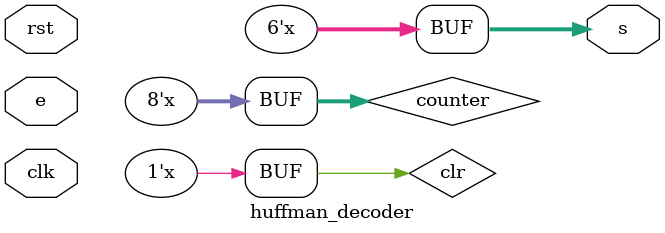
<source format=sv>
module huffman_decoder(
  input logic e, clk, rst, 
  output logic [5:0] s);
  
  //limpador
  logic clr;
 // estados 
  logic [3:0] atual_estado, proximo_estado;
  logic [7:0] counter;
  
 //estados do huffman_decoder
  parameter [1:0] S1 = 2'b00;
  parameter [1:0] S2 = 2'b01;
  parameter [1:0] S3 = 2'b10;
  parameter [2:0] S4 = 3'b110;
  parameter [5:0] S5 = 6'b111000;
  parameter [5:0] S6 = 6'b111001;
  parameter [5:0] S7 = 6'b111010;
  parameter [6:0] S8 = 7'b1110110;
  parameter [6:0] S9 = 7'b1110111;
  parameter [6:0] S10 = 7'b1111000;
  parameter [6:0] S11 = 7'b1111001;
  parameter [6:0] S12 = 7'b1111010;
  parameter [6:0] S13 = 7'b1111011;
  parameter [6:0] S14 = 7'b1111100;
  parameter [6:0] S15 = 7'b1111101;
  parameter [6:0] S16 = 7'b1111110;
  parameter [7:0] S17 = 8'b11111110;
  parameter [7:0] S18 = 8'b11111111;
  //saídas esperadas para cada estado
  parameter [5:0] code0 = 6'b000000;
  parameter [5:0] code1 = 6'b000001;
  parameter [5:0] code2 = 6'b000010;
  parameter [5:0] code3 = 6'b000011;
  parameter [5:0] code4 = 6'b000100;
  parameter [5:0] code5 = 6'b000101;
  parameter [5:0] code6 = 6'b000110;
  parameter [5:0] code7 = 6'b000111;
  parameter [5:0] code8 = 6'b001000;
  parameter [5:0] code9 = 6'b001001;
  parameter [5:0] code10 =6'b001010;
  parameter [5:0] code11 =6'b001011;
  parameter [5:0] code12 =6'b001100;
  parameter [5:0] code13 =6'b001101;
  parameter [5:0] code14 =6'b001110;
  parameter [5:0] code15 =6'b001111;
  parameter [5:0] code16 =6'b010000;
  parameter [5:0] code17 =6'b010001;
  parameter [5:0] code18 =6'b010010;
  //Lógica de próximo estado
  always@(atual_estado) begin
      case(atual_estado)
        4'bzzzz:begin proximo_estado = 0;
        end
        0:begin proximo_estado = 1;
          counter[7]= e;
          clr = 0;
        end
        1:begin proximo_estado = 2;
          counter[6] = e;
          case(counter[7:6])
               S1:begin
                 s = code1;
                 clr = 1;
               end
               S2:begin 
                 s = code2;
                 clr = 1;
               end
               S3:begin
                 s = code3;
                 clr = 1;
               end
          endcase
        end
        2:begin proximo_estado = 3;
          counter[5] = e;
          case(counter[7:5])
            S4:begin
              s = code4;
              clr = 1;
            end
          endcase
        end
        3:begin proximo_estado = 4;
          counter[4] = e;
          clr = 0;
        end
        4:begin proximo_estado = 5;
          counter[3] = e;
          clr = 0;
        end
        5:begin proximo_estado = 6;
          counter[2] = e;
          case(counter[7:2])
            S5:begin
              s = code5;
              clr = 1;
            end
            S6:begin
              s = code6;
              clr = 1;
            end
            S7:begin
              s = code7;
              clr = 1;
            end
            default: clr = 0;
          endcase
        end
        6:begin proximo_estado = 7;
          counter[1] = e;
          case (counter[7:1])
            S8:begin 
              s = code8;
              clr = 1;
            end
            S9:begin
              s = code9;
              clr = 1;
            end
            S10:begin
              s = code10;
              clr = 1;
            end
            S11:begin
              s = code11;
              clr = 1;
            end
            S12:begin 
              s = code12;
              clr = 1;
            end
            S13:begin
              s = code13;
              clr = 1;
            end
            S14:begin
              s = code14;
              clr = 1;
            end
            S15:begin
              s = code15;
              clr = 1;
            end
            S16:begin
              s = code16;
              clr = 1;
            end
            default: clr = 0;
          endcase
        end
        7:begin proximo_estado = 4'bzzzz;
          counter[0] = e;
          case (counter)
            S17:begin
              s = code17;
              clr = 1;
            end
            S18:begin
              s = code18;
              clr = 1;
            end
            default: clr = 0;
          endcase
        end
        
      endcase
 	   end
  //Atualização de registradores
  always@(posedge clk) begin
    if (rst) begin
      atual_estado <= 4'bzzzz;
    end
    else begin
      atual_estado <= proximo_estado;
    end
    if(clr)begin
      atual_estado <= 0;
    end
    end

endmodule
  

</source>
